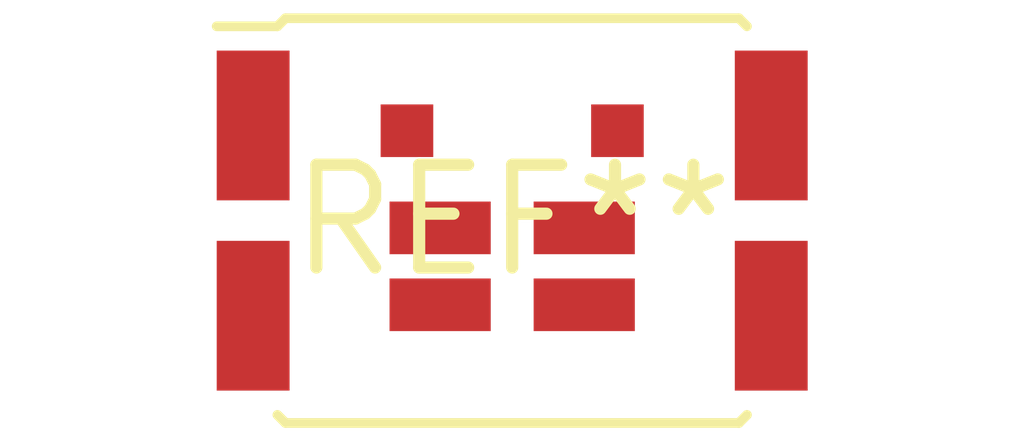
<source format=kicad_pcb>
(kicad_pcb (version 20240108) (generator pcbnew)
  (layers (0 "F.Cu" signal) (31 "B.Cu" signal) (34 "B.Paste" user) (35 "F.Paste" user) (36 "B.SilkS" user "B.Silkscreen") (37 "F.SilkS" user "F.Silkscreen") (38 "B.Mask" user) (39 "F.Mask" user) (44 "Edge.Cuts" user))
  (net 0 "")
  (footprint "DirectFET_MC" (layer "F.Cu") (at 0 0)
    (property "Reference" "REF**")
    (property "Value" "DirectFET_MC")
    (fp_line (start -3.65 -2.4) (end -2.9 -2.4) (layer "F.SilkS") (stroke (width 0.12)))
    (fp_line (start -2.9 -2.4) (end -2.8 -2.5) (layer "F.SilkS") (stroke (width 0.12)))
    (fp_line (start -2.8 -2.5) (end 2.8 -2.5) (layer "F.SilkS") (stroke (width 0.12)))
    (fp_line (start -2.8 2.5) (end -2.9 2.4) (layer "F.SilkS") (stroke (width 0.12)))
    (fp_line (start 2.8 -2.5) (end 2.9 -2.4) (layer "F.SilkS") (stroke (width 0.12)))
    (fp_line (start 2.8 2.5) (end -2.8 2.5) (layer "F.SilkS") (stroke (width 0.12)))
    (fp_line (start 2.9 2.4) (end 2.8 2.5) (layer "F.SilkS") (stroke (width 0.12)))
    (pad "1" smd rect (at -3.2 -1.175) (size 0.9 1.85) (layers "F.Cu" "F.Paste" "F.Mask"))
    (pad "1" smd rect (at -3.2 1.175) (size 0.9 1.85) (layers "F.Cu" "F.Paste" "F.Mask"))
    (pad "1" smd rect (at 3.2 -1.175) (size 0.9 1.85) (layers "F.Cu" "F.Paste" "F.Mask"))
    (pad "1" smd rect (at 3.2 1.175) (size 0.9 1.85) (layers "F.Cu" "F.Paste" "F.Mask"))
    (pad "2" smd rect (at -1.3 -1.11) (size 0.65 0.65) (layers "F.Cu" "F.Paste" "F.Mask"))
    (pad "2" smd rect (at 1.3 -1.11) (size 0.65 0.65) (layers "F.Cu" "F.Paste" "F.Mask"))
    (pad "3" smd rect (at -0.89 0.09) (size 1.25 0.65) (layers "F.Cu" "F.Paste" "F.Mask"))
    (pad "3" smd rect (at -0.89 1.04) (size 1.25 0.65) (layers "F.Cu" "F.Paste" "F.Mask"))
    (pad "3" smd rect (at 0.89 0.09) (size 1.25 0.65) (layers "F.Cu" "F.Paste" "F.Mask"))
    (pad "3" smd rect (at 0.89 1.04) (size 1.25 0.65) (layers "F.Cu" "F.Paste" "F.Mask"))
  )
)
</source>
